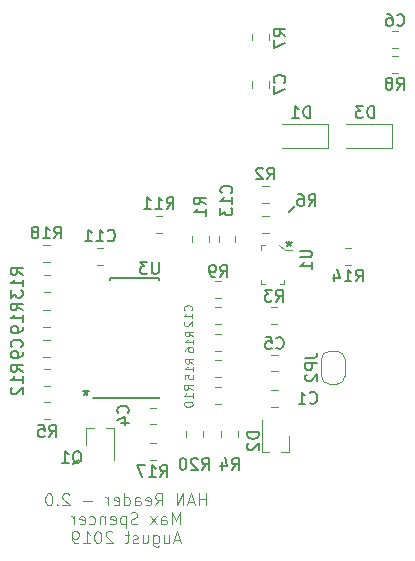
<source format=gbo>
G04 #@! TF.GenerationSoftware,KiCad,Pcbnew,5.0.2-bee76a0~70~ubuntu18.04.1*
G04 #@! TF.CreationDate,2019-08-17T16:59:23+02:00*
G04 #@! TF.ProjectId,HAN_ESP_TSS721,48414e5f-4553-4505-9f54-53533732312e,rev?*
G04 #@! TF.SameCoordinates,Original*
G04 #@! TF.FileFunction,Legend,Bot*
G04 #@! TF.FilePolarity,Positive*
%FSLAX46Y46*%
G04 Gerber Fmt 4.6, Leading zero omitted, Abs format (unit mm)*
G04 Created by KiCad (PCBNEW 5.0.2-bee76a0~70~ubuntu18.04.1) date Sat 17 Aug 2019 04:59:23 PM CEST*
%MOMM*%
%LPD*%
G01*
G04 APERTURE LIST*
%ADD10C,0.100000*%
%ADD11C,0.150000*%
%ADD12C,0.200000*%
%ADD13C,0.120000*%
G04 APERTURE END LIST*
D10*
X48961904Y-110052380D02*
X48961904Y-109052380D01*
X48961904Y-109528571D02*
X48390476Y-109528571D01*
X48390476Y-110052380D02*
X48390476Y-109052380D01*
X47961904Y-109766666D02*
X47485714Y-109766666D01*
X48057142Y-110052380D02*
X47723809Y-109052380D01*
X47390476Y-110052380D01*
X47057142Y-110052380D02*
X47057142Y-109052380D01*
X46485714Y-110052380D01*
X46485714Y-109052380D01*
X44676190Y-110052380D02*
X45009523Y-109576190D01*
X45247619Y-110052380D02*
X45247619Y-109052380D01*
X44866666Y-109052380D01*
X44771428Y-109100000D01*
X44723809Y-109147619D01*
X44676190Y-109242857D01*
X44676190Y-109385714D01*
X44723809Y-109480952D01*
X44771428Y-109528571D01*
X44866666Y-109576190D01*
X45247619Y-109576190D01*
X43866666Y-110004761D02*
X43961904Y-110052380D01*
X44152380Y-110052380D01*
X44247619Y-110004761D01*
X44295238Y-109909523D01*
X44295238Y-109528571D01*
X44247619Y-109433333D01*
X44152380Y-109385714D01*
X43961904Y-109385714D01*
X43866666Y-109433333D01*
X43819047Y-109528571D01*
X43819047Y-109623809D01*
X44295238Y-109719047D01*
X42961904Y-110052380D02*
X42961904Y-109528571D01*
X43009523Y-109433333D01*
X43104761Y-109385714D01*
X43295238Y-109385714D01*
X43390476Y-109433333D01*
X42961904Y-110004761D02*
X43057142Y-110052380D01*
X43295238Y-110052380D01*
X43390476Y-110004761D01*
X43438095Y-109909523D01*
X43438095Y-109814285D01*
X43390476Y-109719047D01*
X43295238Y-109671428D01*
X43057142Y-109671428D01*
X42961904Y-109623809D01*
X42057142Y-110052380D02*
X42057142Y-109052380D01*
X42057142Y-110004761D02*
X42152380Y-110052380D01*
X42342857Y-110052380D01*
X42438095Y-110004761D01*
X42485714Y-109957142D01*
X42533333Y-109861904D01*
X42533333Y-109576190D01*
X42485714Y-109480952D01*
X42438095Y-109433333D01*
X42342857Y-109385714D01*
X42152380Y-109385714D01*
X42057142Y-109433333D01*
X41200000Y-110004761D02*
X41295238Y-110052380D01*
X41485714Y-110052380D01*
X41580952Y-110004761D01*
X41628571Y-109909523D01*
X41628571Y-109528571D01*
X41580952Y-109433333D01*
X41485714Y-109385714D01*
X41295238Y-109385714D01*
X41200000Y-109433333D01*
X41152380Y-109528571D01*
X41152380Y-109623809D01*
X41628571Y-109719047D01*
X40723809Y-110052380D02*
X40723809Y-109385714D01*
X40723809Y-109576190D02*
X40676190Y-109480952D01*
X40628571Y-109433333D01*
X40533333Y-109385714D01*
X40438095Y-109385714D01*
X39342857Y-109671428D02*
X38580952Y-109671428D01*
X37390476Y-109147619D02*
X37342857Y-109100000D01*
X37247619Y-109052380D01*
X37009523Y-109052380D01*
X36914285Y-109100000D01*
X36866666Y-109147619D01*
X36819047Y-109242857D01*
X36819047Y-109338095D01*
X36866666Y-109480952D01*
X37438095Y-110052380D01*
X36819047Y-110052380D01*
X36390476Y-109957142D02*
X36342857Y-110004761D01*
X36390476Y-110052380D01*
X36438095Y-110004761D01*
X36390476Y-109957142D01*
X36390476Y-110052380D01*
X35723809Y-109052380D02*
X35628571Y-109052380D01*
X35533333Y-109100000D01*
X35485714Y-109147619D01*
X35438095Y-109242857D01*
X35390476Y-109433333D01*
X35390476Y-109671428D01*
X35438095Y-109861904D01*
X35485714Y-109957142D01*
X35533333Y-110004761D01*
X35628571Y-110052380D01*
X35723809Y-110052380D01*
X35819047Y-110004761D01*
X35866666Y-109957142D01*
X35914285Y-109861904D01*
X35961904Y-109671428D01*
X35961904Y-109433333D01*
X35914285Y-109242857D01*
X35866666Y-109147619D01*
X35819047Y-109100000D01*
X35723809Y-109052380D01*
X46747619Y-111652380D02*
X46747619Y-110652380D01*
X46414285Y-111366666D01*
X46080952Y-110652380D01*
X46080952Y-111652380D01*
X45176190Y-111652380D02*
X45176190Y-111128571D01*
X45223809Y-111033333D01*
X45319047Y-110985714D01*
X45509523Y-110985714D01*
X45604761Y-111033333D01*
X45176190Y-111604761D02*
X45271428Y-111652380D01*
X45509523Y-111652380D01*
X45604761Y-111604761D01*
X45652380Y-111509523D01*
X45652380Y-111414285D01*
X45604761Y-111319047D01*
X45509523Y-111271428D01*
X45271428Y-111271428D01*
X45176190Y-111223809D01*
X44795238Y-111652380D02*
X44271428Y-110985714D01*
X44795238Y-110985714D02*
X44271428Y-111652380D01*
X43176190Y-111604761D02*
X43033333Y-111652380D01*
X42795238Y-111652380D01*
X42700000Y-111604761D01*
X42652380Y-111557142D01*
X42604761Y-111461904D01*
X42604761Y-111366666D01*
X42652380Y-111271428D01*
X42700000Y-111223809D01*
X42795238Y-111176190D01*
X42985714Y-111128571D01*
X43080952Y-111080952D01*
X43128571Y-111033333D01*
X43176190Y-110938095D01*
X43176190Y-110842857D01*
X43128571Y-110747619D01*
X43080952Y-110700000D01*
X42985714Y-110652380D01*
X42747619Y-110652380D01*
X42604761Y-110700000D01*
X42176190Y-110985714D02*
X42176190Y-111985714D01*
X42176190Y-111033333D02*
X42080952Y-110985714D01*
X41890476Y-110985714D01*
X41795238Y-111033333D01*
X41747619Y-111080952D01*
X41700000Y-111176190D01*
X41700000Y-111461904D01*
X41747619Y-111557142D01*
X41795238Y-111604761D01*
X41890476Y-111652380D01*
X42080952Y-111652380D01*
X42176190Y-111604761D01*
X40890476Y-111604761D02*
X40985714Y-111652380D01*
X41176190Y-111652380D01*
X41271428Y-111604761D01*
X41319047Y-111509523D01*
X41319047Y-111128571D01*
X41271428Y-111033333D01*
X41176190Y-110985714D01*
X40985714Y-110985714D01*
X40890476Y-111033333D01*
X40842857Y-111128571D01*
X40842857Y-111223809D01*
X41319047Y-111319047D01*
X40414285Y-110985714D02*
X40414285Y-111652380D01*
X40414285Y-111080952D02*
X40366666Y-111033333D01*
X40271428Y-110985714D01*
X40128571Y-110985714D01*
X40033333Y-111033333D01*
X39985714Y-111128571D01*
X39985714Y-111652380D01*
X39080952Y-111604761D02*
X39176190Y-111652380D01*
X39366666Y-111652380D01*
X39461904Y-111604761D01*
X39509523Y-111557142D01*
X39557142Y-111461904D01*
X39557142Y-111176190D01*
X39509523Y-111080952D01*
X39461904Y-111033333D01*
X39366666Y-110985714D01*
X39176190Y-110985714D01*
X39080952Y-111033333D01*
X38271428Y-111604761D02*
X38366666Y-111652380D01*
X38557142Y-111652380D01*
X38652380Y-111604761D01*
X38700000Y-111509523D01*
X38700000Y-111128571D01*
X38652380Y-111033333D01*
X38557142Y-110985714D01*
X38366666Y-110985714D01*
X38271428Y-111033333D01*
X38223809Y-111128571D01*
X38223809Y-111223809D01*
X38700000Y-111319047D01*
X37795238Y-111652380D02*
X37795238Y-110985714D01*
X37795238Y-111176190D02*
X37747619Y-111080952D01*
X37700000Y-111033333D01*
X37604761Y-110985714D01*
X37509523Y-110985714D01*
X46771428Y-112966666D02*
X46295238Y-112966666D01*
X46866666Y-113252380D02*
X46533333Y-112252380D01*
X46200000Y-113252380D01*
X45438095Y-112585714D02*
X45438095Y-113252380D01*
X45866666Y-112585714D02*
X45866666Y-113109523D01*
X45819047Y-113204761D01*
X45723809Y-113252380D01*
X45580952Y-113252380D01*
X45485714Y-113204761D01*
X45438095Y-113157142D01*
X44533333Y-112585714D02*
X44533333Y-113395238D01*
X44580952Y-113490476D01*
X44628571Y-113538095D01*
X44723809Y-113585714D01*
X44866666Y-113585714D01*
X44961904Y-113538095D01*
X44533333Y-113204761D02*
X44628571Y-113252380D01*
X44819047Y-113252380D01*
X44914285Y-113204761D01*
X44961904Y-113157142D01*
X45009523Y-113061904D01*
X45009523Y-112776190D01*
X44961904Y-112680952D01*
X44914285Y-112633333D01*
X44819047Y-112585714D01*
X44628571Y-112585714D01*
X44533333Y-112633333D01*
X43628571Y-112585714D02*
X43628571Y-113252380D01*
X44057142Y-112585714D02*
X44057142Y-113109523D01*
X44009523Y-113204761D01*
X43914285Y-113252380D01*
X43771428Y-113252380D01*
X43676190Y-113204761D01*
X43628571Y-113157142D01*
X43200000Y-113204761D02*
X43104761Y-113252380D01*
X42914285Y-113252380D01*
X42819047Y-113204761D01*
X42771428Y-113109523D01*
X42771428Y-113061904D01*
X42819047Y-112966666D01*
X42914285Y-112919047D01*
X43057142Y-112919047D01*
X43152380Y-112871428D01*
X43200000Y-112776190D01*
X43200000Y-112728571D01*
X43152380Y-112633333D01*
X43057142Y-112585714D01*
X42914285Y-112585714D01*
X42819047Y-112633333D01*
X42485714Y-112585714D02*
X42104761Y-112585714D01*
X42342857Y-112252380D02*
X42342857Y-113109523D01*
X42295238Y-113204761D01*
X42200000Y-113252380D01*
X42104761Y-113252380D01*
X41057142Y-112347619D02*
X41009523Y-112300000D01*
X40914285Y-112252380D01*
X40676190Y-112252380D01*
X40580952Y-112300000D01*
X40533333Y-112347619D01*
X40485714Y-112442857D01*
X40485714Y-112538095D01*
X40533333Y-112680952D01*
X41104761Y-113252380D01*
X40485714Y-113252380D01*
X39866666Y-112252380D02*
X39771428Y-112252380D01*
X39676190Y-112300000D01*
X39628571Y-112347619D01*
X39580952Y-112442857D01*
X39533333Y-112633333D01*
X39533333Y-112871428D01*
X39580952Y-113061904D01*
X39628571Y-113157142D01*
X39676190Y-113204761D01*
X39771428Y-113252380D01*
X39866666Y-113252380D01*
X39961904Y-113204761D01*
X40009523Y-113157142D01*
X40057142Y-113061904D01*
X40104761Y-112871428D01*
X40104761Y-112633333D01*
X40057142Y-112442857D01*
X40009523Y-112347619D01*
X39961904Y-112300000D01*
X39866666Y-112252380D01*
X38580952Y-113252380D02*
X39152380Y-113252380D01*
X38866666Y-113252380D02*
X38866666Y-112252380D01*
X38961904Y-112395238D01*
X39057142Y-112490476D01*
X39152380Y-112538095D01*
X38104761Y-113252380D02*
X37914285Y-113252380D01*
X37819047Y-113204761D01*
X37771428Y-113157142D01*
X37676190Y-113014285D01*
X37628571Y-112823809D01*
X37628571Y-112442857D01*
X37676190Y-112347619D01*
X37723809Y-112300000D01*
X37819047Y-112252380D01*
X38009523Y-112252380D01*
X38104761Y-112300000D01*
X38152380Y-112347619D01*
X38200000Y-112442857D01*
X38200000Y-112680952D01*
X38152380Y-112776190D01*
X38104761Y-112823809D01*
X38009523Y-112871428D01*
X37819047Y-112871428D01*
X37723809Y-112823809D01*
X37676190Y-112776190D01*
X37628571Y-112680952D01*
D11*
X56000000Y-87652380D02*
X56000000Y-87890476D01*
X56238095Y-87795238D02*
X56000000Y-87890476D01*
X55761904Y-87795238D01*
X56142857Y-88080952D02*
X56000000Y-87890476D01*
X55857142Y-88080952D01*
X38800000Y-100252380D02*
X38800000Y-100490476D01*
X39038095Y-100395238D02*
X38800000Y-100490476D01*
X38561904Y-100395238D01*
X38942857Y-100680952D02*
X38800000Y-100490476D01*
X38657142Y-100680952D01*
D12*
X56500000Y-84750000D02*
X56000000Y-85250000D01*
D11*
G04 #@! TO.C,U3*
X40825000Y-100995000D02*
X40825000Y-100970000D01*
X44975000Y-100995000D02*
X44975000Y-100890000D01*
X44975000Y-90845000D02*
X44975000Y-90950000D01*
X40825000Y-90845000D02*
X40825000Y-90950000D01*
X40825000Y-100995000D02*
X44975000Y-100995000D01*
X40825000Y-90845000D02*
X44975000Y-90845000D01*
X40825000Y-100970000D02*
X39450000Y-100970000D01*
D13*
G04 #@! TO.C,JP2*
X58750000Y-99100000D02*
G75*
G03X59450000Y-99800000I700000J0D01*
G01*
X60050000Y-99800000D02*
G75*
G03X60750000Y-99100000I0J700000D01*
G01*
X60750000Y-97700000D02*
G75*
G03X60050000Y-97000000I-700000J0D01*
G01*
X59450000Y-97000000D02*
G75*
G03X58750000Y-97700000I0J-700000D01*
G01*
X60050000Y-97000000D02*
X59450000Y-97000000D01*
X60750000Y-99100000D02*
X60750000Y-97700000D01*
X59450000Y-99800000D02*
X60050000Y-99800000D01*
X58750000Y-97700000D02*
X58750000Y-99100000D01*
G04 #@! TO.C,R13*
X35761252Y-91960000D02*
X35238748Y-91960000D01*
X35761252Y-90540000D02*
X35238748Y-90540000D01*
G04 #@! TO.C,R15*
X49763748Y-99210000D02*
X50286252Y-99210000D01*
X49763748Y-97790000D02*
X50286252Y-97790000D01*
G04 #@! TO.C,R18*
X35213748Y-89460000D02*
X35736252Y-89460000D01*
X35213748Y-88040000D02*
X35736252Y-88040000D01*
G04 #@! TO.C,R17*
X44736252Y-106210000D02*
X44213748Y-106210000D01*
X44736252Y-104790000D02*
X44213748Y-104790000D01*
G04 #@! TO.C,R19*
X35736252Y-93540000D02*
X35213748Y-93540000D01*
X35736252Y-94960000D02*
X35213748Y-94960000D01*
G04 #@! TO.C,R20*
X47290000Y-104261252D02*
X47290000Y-103738748D01*
X48710000Y-104261252D02*
X48710000Y-103738748D01*
G04 #@! TO.C,R11*
X44713748Y-86960000D02*
X45236252Y-86960000D01*
X44713748Y-85540000D02*
X45236252Y-85540000D01*
G04 #@! TO.C,R12*
X35786252Y-99960000D02*
X35263748Y-99960000D01*
X35786252Y-98540000D02*
X35263748Y-98540000D01*
G04 #@! TO.C,R16*
X50286252Y-96960000D02*
X49763748Y-96960000D01*
X50286252Y-95540000D02*
X49763748Y-95540000D01*
G04 #@! TO.C,R14*
X60763748Y-89710000D02*
X61286252Y-89710000D01*
X60763748Y-88290000D02*
X61286252Y-88290000D01*
G04 #@! TO.C,R4*
X50290000Y-103738748D02*
X50290000Y-104261252D01*
X51710000Y-103738748D02*
X51710000Y-104261252D01*
G04 #@! TO.C,R5*
X35786252Y-101290000D02*
X35263748Y-101290000D01*
X35786252Y-102710000D02*
X35263748Y-102710000D01*
G04 #@! TO.C,R10*
X49763748Y-100040000D02*
X50286252Y-100040000D01*
X49763748Y-101460000D02*
X50286252Y-101460000D01*
G04 #@! TO.C,D2*
X56010000Y-104155000D02*
X56010000Y-105565000D01*
X53690000Y-105565000D02*
X53690000Y-102830000D01*
X53680000Y-105565000D02*
X54350000Y-105565000D01*
X55350000Y-105565000D02*
X56010000Y-105565000D01*
G04 #@! TO.C,D1*
X59300000Y-77800000D02*
X55400000Y-77800000D01*
X59300000Y-79800000D02*
X55400000Y-79800000D01*
X59300000Y-77800000D02*
X59300000Y-79800000D01*
G04 #@! TO.C,D3*
X64700000Y-77800000D02*
X64700000Y-79800000D01*
X64700000Y-79800000D02*
X60800000Y-79800000D01*
X64700000Y-77800000D02*
X60800000Y-77800000D01*
G04 #@! TO.C,Q1*
X39500000Y-103515000D02*
X38840000Y-103515000D01*
X41170000Y-103515000D02*
X40500000Y-103515000D01*
X41160000Y-103515000D02*
X41160000Y-106250000D01*
X38840000Y-104925000D02*
X38840000Y-103515000D01*
G04 #@! TO.C,R7*
X52890000Y-70163748D02*
X52890000Y-70686252D01*
X54310000Y-70163748D02*
X54310000Y-70686252D01*
G04 #@! TO.C,R8*
X64713748Y-72040000D02*
X65236252Y-72040000D01*
X64713748Y-73460000D02*
X65236252Y-73460000D01*
G04 #@! TO.C,C1*
X54513748Y-100290000D02*
X55036252Y-100290000D01*
X54513748Y-101710000D02*
X55036252Y-101710000D01*
G04 #@! TO.C,C4*
X44761252Y-101790000D02*
X44238748Y-101790000D01*
X44761252Y-103210000D02*
X44238748Y-103210000D01*
G04 #@! TO.C,C5*
X55036252Y-97290000D02*
X54513748Y-97290000D01*
X55036252Y-98710000D02*
X54513748Y-98710000D01*
G04 #@! TO.C,C6*
X64713748Y-71310000D02*
X65236252Y-71310000D01*
X64713748Y-69890000D02*
X65236252Y-69890000D01*
G04 #@! TO.C,C7*
X52890000Y-74686252D02*
X52890000Y-74163748D01*
X54310000Y-74686252D02*
X54310000Y-74163748D01*
G04 #@! TO.C,C11*
X39713748Y-88290000D02*
X40236252Y-88290000D01*
X39713748Y-89710000D02*
X40236252Y-89710000D01*
G04 #@! TO.C,C12*
X49763748Y-93290000D02*
X50286252Y-93290000D01*
X49763748Y-94710000D02*
X50286252Y-94710000D01*
G04 #@! TO.C,R1*
X47790000Y-87263748D02*
X47790000Y-87786252D01*
X49210000Y-87263748D02*
X49210000Y-87786252D01*
G04 #@! TO.C,R2*
X53763748Y-83040000D02*
X54286252Y-83040000D01*
X53763748Y-84460000D02*
X54286252Y-84460000D01*
G04 #@! TO.C,R3*
X54986252Y-93290000D02*
X54463748Y-93290000D01*
X54986252Y-94710000D02*
X54463748Y-94710000D01*
G04 #@! TO.C,R6*
X54286252Y-85540000D02*
X53763748Y-85540000D01*
X54286252Y-86960000D02*
X53763748Y-86960000D01*
G04 #@! TO.C,R9*
X49763748Y-91040000D02*
X50286252Y-91040000D01*
X49763748Y-92460000D02*
X50286252Y-92460000D01*
D10*
G04 #@! TO.C,U1*
X56250000Y-88400000D02*
X55650000Y-88400000D01*
X55650000Y-88400000D02*
X55200000Y-88050000D01*
X53600000Y-88400000D02*
X53600000Y-88050000D01*
X53600000Y-88050000D02*
X53950000Y-88050000D01*
X55250000Y-91350000D02*
X55600000Y-91350000D01*
X55600000Y-91350000D02*
X55600000Y-91000000D01*
X53600000Y-91000000D02*
X53600000Y-91350000D01*
X53600000Y-91350000D02*
X53950000Y-91350000D01*
D13*
G04 #@! TO.C,C9*
X35736252Y-96040000D02*
X35213748Y-96040000D01*
X35736252Y-97460000D02*
X35213748Y-97460000D01*
G04 #@! TO.C,C13*
X50040000Y-87263748D02*
X50040000Y-87786252D01*
X51460000Y-87263748D02*
X51460000Y-87786252D01*
G04 #@! TO.C,U3*
D11*
X44961904Y-89452380D02*
X44961904Y-90261904D01*
X44914285Y-90357142D01*
X44866666Y-90404761D01*
X44771428Y-90452380D01*
X44580952Y-90452380D01*
X44485714Y-90404761D01*
X44438095Y-90357142D01*
X44390476Y-90261904D01*
X44390476Y-89452380D01*
X44009523Y-89452380D02*
X43390476Y-89452380D01*
X43723809Y-89833333D01*
X43580952Y-89833333D01*
X43485714Y-89880952D01*
X43438095Y-89928571D01*
X43390476Y-90023809D01*
X43390476Y-90261904D01*
X43438095Y-90357142D01*
X43485714Y-90404761D01*
X43580952Y-90452380D01*
X43866666Y-90452380D01*
X43961904Y-90404761D01*
X44009523Y-90357142D01*
G04 #@! TO.C,JP2*
X57402380Y-97566666D02*
X58116666Y-97566666D01*
X58259523Y-97519047D01*
X58354761Y-97423809D01*
X58402380Y-97280952D01*
X58402380Y-97185714D01*
X58402380Y-98042857D02*
X57402380Y-98042857D01*
X57402380Y-98423809D01*
X57450000Y-98519047D01*
X57497619Y-98566666D01*
X57592857Y-98614285D01*
X57735714Y-98614285D01*
X57830952Y-98566666D01*
X57878571Y-98519047D01*
X57926190Y-98423809D01*
X57926190Y-98042857D01*
X57497619Y-98995238D02*
X57450000Y-99042857D01*
X57402380Y-99138095D01*
X57402380Y-99376190D01*
X57450000Y-99471428D01*
X57497619Y-99519047D01*
X57592857Y-99566666D01*
X57688095Y-99566666D01*
X57830952Y-99519047D01*
X58402380Y-98947619D01*
X58402380Y-99566666D01*
G04 #@! TO.C,R13*
X33452380Y-90557142D02*
X32976190Y-90223809D01*
X33452380Y-89985714D02*
X32452380Y-89985714D01*
X32452380Y-90366666D01*
X32500000Y-90461904D01*
X32547619Y-90509523D01*
X32642857Y-90557142D01*
X32785714Y-90557142D01*
X32880952Y-90509523D01*
X32928571Y-90461904D01*
X32976190Y-90366666D01*
X32976190Y-89985714D01*
X33452380Y-91509523D02*
X33452380Y-90938095D01*
X33452380Y-91223809D02*
X32452380Y-91223809D01*
X32595238Y-91128571D01*
X32690476Y-91033333D01*
X32738095Y-90938095D01*
X32452380Y-91842857D02*
X32452380Y-92461904D01*
X32833333Y-92128571D01*
X32833333Y-92271428D01*
X32880952Y-92366666D01*
X32928571Y-92414285D01*
X33023809Y-92461904D01*
X33261904Y-92461904D01*
X33357142Y-92414285D01*
X33404761Y-92366666D01*
X33452380Y-92271428D01*
X33452380Y-91985714D01*
X33404761Y-91890476D01*
X33357142Y-91842857D01*
G04 #@! TO.C,R15*
D10*
X47916666Y-98050000D02*
X47583333Y-97816666D01*
X47916666Y-97650000D02*
X47216666Y-97650000D01*
X47216666Y-97916666D01*
X47250000Y-97983333D01*
X47283333Y-98016666D01*
X47350000Y-98050000D01*
X47450000Y-98050000D01*
X47516666Y-98016666D01*
X47550000Y-97983333D01*
X47583333Y-97916666D01*
X47583333Y-97650000D01*
X47916666Y-98716666D02*
X47916666Y-98316666D01*
X47916666Y-98516666D02*
X47216666Y-98516666D01*
X47316666Y-98450000D01*
X47383333Y-98383333D01*
X47416666Y-98316666D01*
X47216666Y-99350000D02*
X47216666Y-99016666D01*
X47550000Y-98983333D01*
X47516666Y-99016666D01*
X47483333Y-99083333D01*
X47483333Y-99250000D01*
X47516666Y-99316666D01*
X47550000Y-99350000D01*
X47616666Y-99383333D01*
X47783333Y-99383333D01*
X47850000Y-99350000D01*
X47883333Y-99316666D01*
X47916666Y-99250000D01*
X47916666Y-99083333D01*
X47883333Y-99016666D01*
X47850000Y-98983333D01*
G04 #@! TO.C,R18*
D11*
X36117857Y-87452380D02*
X36451190Y-86976190D01*
X36689285Y-87452380D02*
X36689285Y-86452380D01*
X36308333Y-86452380D01*
X36213095Y-86500000D01*
X36165476Y-86547619D01*
X36117857Y-86642857D01*
X36117857Y-86785714D01*
X36165476Y-86880952D01*
X36213095Y-86928571D01*
X36308333Y-86976190D01*
X36689285Y-86976190D01*
X35165476Y-87452380D02*
X35736904Y-87452380D01*
X35451190Y-87452380D02*
X35451190Y-86452380D01*
X35546428Y-86595238D01*
X35641666Y-86690476D01*
X35736904Y-86738095D01*
X34594047Y-86880952D02*
X34689285Y-86833333D01*
X34736904Y-86785714D01*
X34784523Y-86690476D01*
X34784523Y-86642857D01*
X34736904Y-86547619D01*
X34689285Y-86500000D01*
X34594047Y-86452380D01*
X34403571Y-86452380D01*
X34308333Y-86500000D01*
X34260714Y-86547619D01*
X34213095Y-86642857D01*
X34213095Y-86690476D01*
X34260714Y-86785714D01*
X34308333Y-86833333D01*
X34403571Y-86880952D01*
X34594047Y-86880952D01*
X34689285Y-86928571D01*
X34736904Y-86976190D01*
X34784523Y-87071428D01*
X34784523Y-87261904D01*
X34736904Y-87357142D01*
X34689285Y-87404761D01*
X34594047Y-87452380D01*
X34403571Y-87452380D01*
X34308333Y-87404761D01*
X34260714Y-87357142D01*
X34213095Y-87261904D01*
X34213095Y-87071428D01*
X34260714Y-86976190D01*
X34308333Y-86928571D01*
X34403571Y-86880952D01*
G04 #@! TO.C,R17*
X45117857Y-107652380D02*
X45451190Y-107176190D01*
X45689285Y-107652380D02*
X45689285Y-106652380D01*
X45308333Y-106652380D01*
X45213095Y-106700000D01*
X45165476Y-106747619D01*
X45117857Y-106842857D01*
X45117857Y-106985714D01*
X45165476Y-107080952D01*
X45213095Y-107128571D01*
X45308333Y-107176190D01*
X45689285Y-107176190D01*
X44165476Y-107652380D02*
X44736904Y-107652380D01*
X44451190Y-107652380D02*
X44451190Y-106652380D01*
X44546428Y-106795238D01*
X44641666Y-106890476D01*
X44736904Y-106938095D01*
X43832142Y-106652380D02*
X43165476Y-106652380D01*
X43594047Y-107652380D01*
G04 #@! TO.C,R19*
X33452380Y-93557142D02*
X32976190Y-93223809D01*
X33452380Y-92985714D02*
X32452380Y-92985714D01*
X32452380Y-93366666D01*
X32500000Y-93461904D01*
X32547619Y-93509523D01*
X32642857Y-93557142D01*
X32785714Y-93557142D01*
X32880952Y-93509523D01*
X32928571Y-93461904D01*
X32976190Y-93366666D01*
X32976190Y-92985714D01*
X33452380Y-94509523D02*
X33452380Y-93938095D01*
X33452380Y-94223809D02*
X32452380Y-94223809D01*
X32595238Y-94128571D01*
X32690476Y-94033333D01*
X32738095Y-93938095D01*
X33452380Y-94985714D02*
X33452380Y-95176190D01*
X33404761Y-95271428D01*
X33357142Y-95319047D01*
X33214285Y-95414285D01*
X33023809Y-95461904D01*
X32642857Y-95461904D01*
X32547619Y-95414285D01*
X32500000Y-95366666D01*
X32452380Y-95271428D01*
X32452380Y-95080952D01*
X32500000Y-94985714D01*
X32547619Y-94938095D01*
X32642857Y-94890476D01*
X32880952Y-94890476D01*
X32976190Y-94938095D01*
X33023809Y-94985714D01*
X33071428Y-95080952D01*
X33071428Y-95271428D01*
X33023809Y-95366666D01*
X32976190Y-95414285D01*
X32880952Y-95461904D01*
G04 #@! TO.C,R20*
X48642857Y-107052380D02*
X48976190Y-106576190D01*
X49214285Y-107052380D02*
X49214285Y-106052380D01*
X48833333Y-106052380D01*
X48738095Y-106100000D01*
X48690476Y-106147619D01*
X48642857Y-106242857D01*
X48642857Y-106385714D01*
X48690476Y-106480952D01*
X48738095Y-106528571D01*
X48833333Y-106576190D01*
X49214285Y-106576190D01*
X48261904Y-106147619D02*
X48214285Y-106100000D01*
X48119047Y-106052380D01*
X47880952Y-106052380D01*
X47785714Y-106100000D01*
X47738095Y-106147619D01*
X47690476Y-106242857D01*
X47690476Y-106338095D01*
X47738095Y-106480952D01*
X48309523Y-107052380D01*
X47690476Y-107052380D01*
X47071428Y-106052380D02*
X46976190Y-106052380D01*
X46880952Y-106100000D01*
X46833333Y-106147619D01*
X46785714Y-106242857D01*
X46738095Y-106433333D01*
X46738095Y-106671428D01*
X46785714Y-106861904D01*
X46833333Y-106957142D01*
X46880952Y-107004761D01*
X46976190Y-107052380D01*
X47071428Y-107052380D01*
X47166666Y-107004761D01*
X47214285Y-106957142D01*
X47261904Y-106861904D01*
X47309523Y-106671428D01*
X47309523Y-106433333D01*
X47261904Y-106242857D01*
X47214285Y-106147619D01*
X47166666Y-106100000D01*
X47071428Y-106052380D01*
G04 #@! TO.C,R11*
X45642857Y-84952380D02*
X45976190Y-84476190D01*
X46214285Y-84952380D02*
X46214285Y-83952380D01*
X45833333Y-83952380D01*
X45738095Y-84000000D01*
X45690476Y-84047619D01*
X45642857Y-84142857D01*
X45642857Y-84285714D01*
X45690476Y-84380952D01*
X45738095Y-84428571D01*
X45833333Y-84476190D01*
X46214285Y-84476190D01*
X44690476Y-84952380D02*
X45261904Y-84952380D01*
X44976190Y-84952380D02*
X44976190Y-83952380D01*
X45071428Y-84095238D01*
X45166666Y-84190476D01*
X45261904Y-84238095D01*
X43738095Y-84952380D02*
X44309523Y-84952380D01*
X44023809Y-84952380D02*
X44023809Y-83952380D01*
X44119047Y-84095238D01*
X44214285Y-84190476D01*
X44309523Y-84238095D01*
G04 #@! TO.C,R12*
X33452380Y-98757142D02*
X32976190Y-98423809D01*
X33452380Y-98185714D02*
X32452380Y-98185714D01*
X32452380Y-98566666D01*
X32500000Y-98661904D01*
X32547619Y-98709523D01*
X32642857Y-98757142D01*
X32785714Y-98757142D01*
X32880952Y-98709523D01*
X32928571Y-98661904D01*
X32976190Y-98566666D01*
X32976190Y-98185714D01*
X33452380Y-99709523D02*
X33452380Y-99138095D01*
X33452380Y-99423809D02*
X32452380Y-99423809D01*
X32595238Y-99328571D01*
X32690476Y-99233333D01*
X32738095Y-99138095D01*
X32547619Y-100090476D02*
X32500000Y-100138095D01*
X32452380Y-100233333D01*
X32452380Y-100471428D01*
X32500000Y-100566666D01*
X32547619Y-100614285D01*
X32642857Y-100661904D01*
X32738095Y-100661904D01*
X32880952Y-100614285D01*
X33452380Y-100042857D01*
X33452380Y-100661904D01*
G04 #@! TO.C,R16*
D10*
X47916666Y-95750000D02*
X47583333Y-95516666D01*
X47916666Y-95350000D02*
X47216666Y-95350000D01*
X47216666Y-95616666D01*
X47250000Y-95683333D01*
X47283333Y-95716666D01*
X47350000Y-95750000D01*
X47450000Y-95750000D01*
X47516666Y-95716666D01*
X47550000Y-95683333D01*
X47583333Y-95616666D01*
X47583333Y-95350000D01*
X47916666Y-96416666D02*
X47916666Y-96016666D01*
X47916666Y-96216666D02*
X47216666Y-96216666D01*
X47316666Y-96150000D01*
X47383333Y-96083333D01*
X47416666Y-96016666D01*
X47216666Y-97016666D02*
X47216666Y-96883333D01*
X47250000Y-96816666D01*
X47283333Y-96783333D01*
X47383333Y-96716666D01*
X47516666Y-96683333D01*
X47783333Y-96683333D01*
X47850000Y-96716666D01*
X47883333Y-96750000D01*
X47916666Y-96816666D01*
X47916666Y-96950000D01*
X47883333Y-97016666D01*
X47850000Y-97050000D01*
X47783333Y-97083333D01*
X47616666Y-97083333D01*
X47550000Y-97050000D01*
X47516666Y-97016666D01*
X47483333Y-96950000D01*
X47483333Y-96816666D01*
X47516666Y-96750000D01*
X47550000Y-96716666D01*
X47616666Y-96683333D01*
G04 #@! TO.C,R14*
D11*
X61667857Y-91102380D02*
X62001190Y-90626190D01*
X62239285Y-91102380D02*
X62239285Y-90102380D01*
X61858333Y-90102380D01*
X61763095Y-90150000D01*
X61715476Y-90197619D01*
X61667857Y-90292857D01*
X61667857Y-90435714D01*
X61715476Y-90530952D01*
X61763095Y-90578571D01*
X61858333Y-90626190D01*
X62239285Y-90626190D01*
X60715476Y-91102380D02*
X61286904Y-91102380D01*
X61001190Y-91102380D02*
X61001190Y-90102380D01*
X61096428Y-90245238D01*
X61191666Y-90340476D01*
X61286904Y-90388095D01*
X59858333Y-90435714D02*
X59858333Y-91102380D01*
X60096428Y-90054761D02*
X60334523Y-90769047D01*
X59715476Y-90769047D01*
G04 #@! TO.C,R4*
X51166666Y-107052380D02*
X51500000Y-106576190D01*
X51738095Y-107052380D02*
X51738095Y-106052380D01*
X51357142Y-106052380D01*
X51261904Y-106100000D01*
X51214285Y-106147619D01*
X51166666Y-106242857D01*
X51166666Y-106385714D01*
X51214285Y-106480952D01*
X51261904Y-106528571D01*
X51357142Y-106576190D01*
X51738095Y-106576190D01*
X50309523Y-106385714D02*
X50309523Y-107052380D01*
X50547619Y-106004761D02*
X50785714Y-106719047D01*
X50166666Y-106719047D01*
G04 #@! TO.C,R5*
X35691666Y-104252380D02*
X36025000Y-103776190D01*
X36263095Y-104252380D02*
X36263095Y-103252380D01*
X35882142Y-103252380D01*
X35786904Y-103300000D01*
X35739285Y-103347619D01*
X35691666Y-103442857D01*
X35691666Y-103585714D01*
X35739285Y-103680952D01*
X35786904Y-103728571D01*
X35882142Y-103776190D01*
X36263095Y-103776190D01*
X34786904Y-103252380D02*
X35263095Y-103252380D01*
X35310714Y-103728571D01*
X35263095Y-103680952D01*
X35167857Y-103633333D01*
X34929761Y-103633333D01*
X34834523Y-103680952D01*
X34786904Y-103728571D01*
X34739285Y-103823809D01*
X34739285Y-104061904D01*
X34786904Y-104157142D01*
X34834523Y-104204761D01*
X34929761Y-104252380D01*
X35167857Y-104252380D01*
X35263095Y-104204761D01*
X35310714Y-104157142D01*
G04 #@! TO.C,R10*
D10*
X47839285Y-100267857D02*
X47482142Y-100017857D01*
X47839285Y-99839285D02*
X47089285Y-99839285D01*
X47089285Y-100125000D01*
X47125000Y-100196428D01*
X47160714Y-100232142D01*
X47232142Y-100267857D01*
X47339285Y-100267857D01*
X47410714Y-100232142D01*
X47446428Y-100196428D01*
X47482142Y-100125000D01*
X47482142Y-99839285D01*
X47839285Y-100982142D02*
X47839285Y-100553571D01*
X47839285Y-100767857D02*
X47089285Y-100767857D01*
X47196428Y-100696428D01*
X47267857Y-100625000D01*
X47303571Y-100553571D01*
X47089285Y-101446428D02*
X47089285Y-101517857D01*
X47125000Y-101589285D01*
X47160714Y-101625000D01*
X47232142Y-101660714D01*
X47375000Y-101696428D01*
X47553571Y-101696428D01*
X47696428Y-101660714D01*
X47767857Y-101625000D01*
X47803571Y-101589285D01*
X47839285Y-101517857D01*
X47839285Y-101446428D01*
X47803571Y-101375000D01*
X47767857Y-101339285D01*
X47696428Y-101303571D01*
X47553571Y-101267857D01*
X47375000Y-101267857D01*
X47232142Y-101303571D01*
X47160714Y-101339285D01*
X47125000Y-101375000D01*
X47089285Y-101446428D01*
G04 #@! TO.C,D2*
D11*
X53452380Y-103861904D02*
X52452380Y-103861904D01*
X52452380Y-104100000D01*
X52500000Y-104242857D01*
X52595238Y-104338095D01*
X52690476Y-104385714D01*
X52880952Y-104433333D01*
X53023809Y-104433333D01*
X53214285Y-104385714D01*
X53309523Y-104338095D01*
X53404761Y-104242857D01*
X53452380Y-104100000D01*
X53452380Y-103861904D01*
X52547619Y-104814285D02*
X52500000Y-104861904D01*
X52452380Y-104957142D01*
X52452380Y-105195238D01*
X52500000Y-105290476D01*
X52547619Y-105338095D01*
X52642857Y-105385714D01*
X52738095Y-105385714D01*
X52880952Y-105338095D01*
X53452380Y-104766666D01*
X53452380Y-105385714D01*
G04 #@! TO.C,D1*
X57788095Y-77252380D02*
X57788095Y-76252380D01*
X57550000Y-76252380D01*
X57407142Y-76300000D01*
X57311904Y-76395238D01*
X57264285Y-76490476D01*
X57216666Y-76680952D01*
X57216666Y-76823809D01*
X57264285Y-77014285D01*
X57311904Y-77109523D01*
X57407142Y-77204761D01*
X57550000Y-77252380D01*
X57788095Y-77252380D01*
X56264285Y-77252380D02*
X56835714Y-77252380D01*
X56550000Y-77252380D02*
X56550000Y-76252380D01*
X56645238Y-76395238D01*
X56740476Y-76490476D01*
X56835714Y-76538095D01*
G04 #@! TO.C,D3*
X63188095Y-77252380D02*
X63188095Y-76252380D01*
X62950000Y-76252380D01*
X62807142Y-76300000D01*
X62711904Y-76395238D01*
X62664285Y-76490476D01*
X62616666Y-76680952D01*
X62616666Y-76823809D01*
X62664285Y-77014285D01*
X62711904Y-77109523D01*
X62807142Y-77204761D01*
X62950000Y-77252380D01*
X63188095Y-77252380D01*
X62283333Y-76252380D02*
X61664285Y-76252380D01*
X61997619Y-76633333D01*
X61854761Y-76633333D01*
X61759523Y-76680952D01*
X61711904Y-76728571D01*
X61664285Y-76823809D01*
X61664285Y-77061904D01*
X61711904Y-77157142D01*
X61759523Y-77204761D01*
X61854761Y-77252380D01*
X62140476Y-77252380D01*
X62235714Y-77204761D01*
X62283333Y-77157142D01*
G04 #@! TO.C,Q1*
X37695238Y-106547619D02*
X37790476Y-106500000D01*
X37885714Y-106404761D01*
X38028571Y-106261904D01*
X38123809Y-106214285D01*
X38219047Y-106214285D01*
X38171428Y-106452380D02*
X38266666Y-106404761D01*
X38361904Y-106309523D01*
X38409523Y-106119047D01*
X38409523Y-105785714D01*
X38361904Y-105595238D01*
X38266666Y-105500000D01*
X38171428Y-105452380D01*
X37980952Y-105452380D01*
X37885714Y-105500000D01*
X37790476Y-105595238D01*
X37742857Y-105785714D01*
X37742857Y-106119047D01*
X37790476Y-106309523D01*
X37885714Y-106404761D01*
X37980952Y-106452380D01*
X38171428Y-106452380D01*
X36790476Y-106452380D02*
X37361904Y-106452380D01*
X37076190Y-106452380D02*
X37076190Y-105452380D01*
X37171428Y-105595238D01*
X37266666Y-105690476D01*
X37361904Y-105738095D01*
G04 #@! TO.C,R7*
X55702380Y-70333333D02*
X55226190Y-70000000D01*
X55702380Y-69761904D02*
X54702380Y-69761904D01*
X54702380Y-70142857D01*
X54750000Y-70238095D01*
X54797619Y-70285714D01*
X54892857Y-70333333D01*
X55035714Y-70333333D01*
X55130952Y-70285714D01*
X55178571Y-70238095D01*
X55226190Y-70142857D01*
X55226190Y-69761904D01*
X54702380Y-70666666D02*
X54702380Y-71333333D01*
X55702380Y-70904761D01*
G04 #@! TO.C,R8*
X65141666Y-74852380D02*
X65475000Y-74376190D01*
X65713095Y-74852380D02*
X65713095Y-73852380D01*
X65332142Y-73852380D01*
X65236904Y-73900000D01*
X65189285Y-73947619D01*
X65141666Y-74042857D01*
X65141666Y-74185714D01*
X65189285Y-74280952D01*
X65236904Y-74328571D01*
X65332142Y-74376190D01*
X65713095Y-74376190D01*
X64570238Y-74280952D02*
X64665476Y-74233333D01*
X64713095Y-74185714D01*
X64760714Y-74090476D01*
X64760714Y-74042857D01*
X64713095Y-73947619D01*
X64665476Y-73900000D01*
X64570238Y-73852380D01*
X64379761Y-73852380D01*
X64284523Y-73900000D01*
X64236904Y-73947619D01*
X64189285Y-74042857D01*
X64189285Y-74090476D01*
X64236904Y-74185714D01*
X64284523Y-74233333D01*
X64379761Y-74280952D01*
X64570238Y-74280952D01*
X64665476Y-74328571D01*
X64713095Y-74376190D01*
X64760714Y-74471428D01*
X64760714Y-74661904D01*
X64713095Y-74757142D01*
X64665476Y-74804761D01*
X64570238Y-74852380D01*
X64379761Y-74852380D01*
X64284523Y-74804761D01*
X64236904Y-74757142D01*
X64189285Y-74661904D01*
X64189285Y-74471428D01*
X64236904Y-74376190D01*
X64284523Y-74328571D01*
X64379761Y-74280952D01*
G04 #@! TO.C,C1*
X57766666Y-101357142D02*
X57814285Y-101404761D01*
X57957142Y-101452380D01*
X58052380Y-101452380D01*
X58195238Y-101404761D01*
X58290476Y-101309523D01*
X58338095Y-101214285D01*
X58385714Y-101023809D01*
X58385714Y-100880952D01*
X58338095Y-100690476D01*
X58290476Y-100595238D01*
X58195238Y-100500000D01*
X58052380Y-100452380D01*
X57957142Y-100452380D01*
X57814285Y-100500000D01*
X57766666Y-100547619D01*
X56814285Y-101452380D02*
X57385714Y-101452380D01*
X57100000Y-101452380D02*
X57100000Y-100452380D01*
X57195238Y-100595238D01*
X57290476Y-100690476D01*
X57385714Y-100738095D01*
G04 #@! TO.C,C4*
X42357142Y-102233333D02*
X42404761Y-102185714D01*
X42452380Y-102042857D01*
X42452380Y-101947619D01*
X42404761Y-101804761D01*
X42309523Y-101709523D01*
X42214285Y-101661904D01*
X42023809Y-101614285D01*
X41880952Y-101614285D01*
X41690476Y-101661904D01*
X41595238Y-101709523D01*
X41500000Y-101804761D01*
X41452380Y-101947619D01*
X41452380Y-102042857D01*
X41500000Y-102185714D01*
X41547619Y-102233333D01*
X41785714Y-103090476D02*
X42452380Y-103090476D01*
X41404761Y-102852380D02*
X42119047Y-102614285D01*
X42119047Y-103233333D01*
G04 #@! TO.C,C5*
X54941666Y-96707142D02*
X54989285Y-96754761D01*
X55132142Y-96802380D01*
X55227380Y-96802380D01*
X55370238Y-96754761D01*
X55465476Y-96659523D01*
X55513095Y-96564285D01*
X55560714Y-96373809D01*
X55560714Y-96230952D01*
X55513095Y-96040476D01*
X55465476Y-95945238D01*
X55370238Y-95850000D01*
X55227380Y-95802380D01*
X55132142Y-95802380D01*
X54989285Y-95850000D01*
X54941666Y-95897619D01*
X54036904Y-95802380D02*
X54513095Y-95802380D01*
X54560714Y-96278571D01*
X54513095Y-96230952D01*
X54417857Y-96183333D01*
X54179761Y-96183333D01*
X54084523Y-96230952D01*
X54036904Y-96278571D01*
X53989285Y-96373809D01*
X53989285Y-96611904D01*
X54036904Y-96707142D01*
X54084523Y-96754761D01*
X54179761Y-96802380D01*
X54417857Y-96802380D01*
X54513095Y-96754761D01*
X54560714Y-96707142D01*
G04 #@! TO.C,C6*
X65166666Y-69357142D02*
X65214285Y-69404761D01*
X65357142Y-69452380D01*
X65452380Y-69452380D01*
X65595238Y-69404761D01*
X65690476Y-69309523D01*
X65738095Y-69214285D01*
X65785714Y-69023809D01*
X65785714Y-68880952D01*
X65738095Y-68690476D01*
X65690476Y-68595238D01*
X65595238Y-68500000D01*
X65452380Y-68452380D01*
X65357142Y-68452380D01*
X65214285Y-68500000D01*
X65166666Y-68547619D01*
X64309523Y-68452380D02*
X64500000Y-68452380D01*
X64595238Y-68500000D01*
X64642857Y-68547619D01*
X64738095Y-68690476D01*
X64785714Y-68880952D01*
X64785714Y-69261904D01*
X64738095Y-69357142D01*
X64690476Y-69404761D01*
X64595238Y-69452380D01*
X64404761Y-69452380D01*
X64309523Y-69404761D01*
X64261904Y-69357142D01*
X64214285Y-69261904D01*
X64214285Y-69023809D01*
X64261904Y-68928571D01*
X64309523Y-68880952D01*
X64404761Y-68833333D01*
X64595238Y-68833333D01*
X64690476Y-68880952D01*
X64738095Y-68928571D01*
X64785714Y-69023809D01*
G04 #@! TO.C,C7*
X55607142Y-74258333D02*
X55654761Y-74210714D01*
X55702380Y-74067857D01*
X55702380Y-73972619D01*
X55654761Y-73829761D01*
X55559523Y-73734523D01*
X55464285Y-73686904D01*
X55273809Y-73639285D01*
X55130952Y-73639285D01*
X54940476Y-73686904D01*
X54845238Y-73734523D01*
X54750000Y-73829761D01*
X54702380Y-73972619D01*
X54702380Y-74067857D01*
X54750000Y-74210714D01*
X54797619Y-74258333D01*
X54702380Y-74591666D02*
X54702380Y-75258333D01*
X55702380Y-74829761D01*
G04 #@! TO.C,C11*
X40642857Y-87607142D02*
X40690476Y-87654761D01*
X40833333Y-87702380D01*
X40928571Y-87702380D01*
X41071428Y-87654761D01*
X41166666Y-87559523D01*
X41214285Y-87464285D01*
X41261904Y-87273809D01*
X41261904Y-87130952D01*
X41214285Y-86940476D01*
X41166666Y-86845238D01*
X41071428Y-86750000D01*
X40928571Y-86702380D01*
X40833333Y-86702380D01*
X40690476Y-86750000D01*
X40642857Y-86797619D01*
X39690476Y-87702380D02*
X40261904Y-87702380D01*
X39976190Y-87702380D02*
X39976190Y-86702380D01*
X40071428Y-86845238D01*
X40166666Y-86940476D01*
X40261904Y-86988095D01*
X38738095Y-87702380D02*
X39309523Y-87702380D01*
X39023809Y-87702380D02*
X39023809Y-86702380D01*
X39119047Y-86845238D01*
X39214285Y-86940476D01*
X39309523Y-86988095D01*
G04 #@! TO.C,C12*
D10*
X47750000Y-93550000D02*
X47783333Y-93516666D01*
X47816666Y-93416666D01*
X47816666Y-93350000D01*
X47783333Y-93250000D01*
X47716666Y-93183333D01*
X47650000Y-93150000D01*
X47516666Y-93116666D01*
X47416666Y-93116666D01*
X47283333Y-93150000D01*
X47216666Y-93183333D01*
X47150000Y-93250000D01*
X47116666Y-93350000D01*
X47116666Y-93416666D01*
X47150000Y-93516666D01*
X47183333Y-93550000D01*
X47816666Y-94216666D02*
X47816666Y-93816666D01*
X47816666Y-94016666D02*
X47116666Y-94016666D01*
X47216666Y-93950000D01*
X47283333Y-93883333D01*
X47316666Y-93816666D01*
X47183333Y-94483333D02*
X47150000Y-94516666D01*
X47116666Y-94583333D01*
X47116666Y-94750000D01*
X47150000Y-94816666D01*
X47183333Y-94850000D01*
X47250000Y-94883333D01*
X47316666Y-94883333D01*
X47416666Y-94850000D01*
X47816666Y-94450000D01*
X47816666Y-94883333D01*
G04 #@! TO.C,R1*
D11*
X48952380Y-84583333D02*
X48476190Y-84250000D01*
X48952380Y-84011904D02*
X47952380Y-84011904D01*
X47952380Y-84392857D01*
X48000000Y-84488095D01*
X48047619Y-84535714D01*
X48142857Y-84583333D01*
X48285714Y-84583333D01*
X48380952Y-84535714D01*
X48428571Y-84488095D01*
X48476190Y-84392857D01*
X48476190Y-84011904D01*
X48952380Y-85535714D02*
X48952380Y-84964285D01*
X48952380Y-85250000D02*
X47952380Y-85250000D01*
X48095238Y-85154761D01*
X48190476Y-85059523D01*
X48238095Y-84964285D01*
G04 #@! TO.C,R2*
X54166666Y-82452380D02*
X54500000Y-81976190D01*
X54738095Y-82452380D02*
X54738095Y-81452380D01*
X54357142Y-81452380D01*
X54261904Y-81500000D01*
X54214285Y-81547619D01*
X54166666Y-81642857D01*
X54166666Y-81785714D01*
X54214285Y-81880952D01*
X54261904Y-81928571D01*
X54357142Y-81976190D01*
X54738095Y-81976190D01*
X53785714Y-81547619D02*
X53738095Y-81500000D01*
X53642857Y-81452380D01*
X53404761Y-81452380D01*
X53309523Y-81500000D01*
X53261904Y-81547619D01*
X53214285Y-81642857D01*
X53214285Y-81738095D01*
X53261904Y-81880952D01*
X53833333Y-82452380D01*
X53214285Y-82452380D01*
G04 #@! TO.C,R3*
X54891666Y-92802380D02*
X55225000Y-92326190D01*
X55463095Y-92802380D02*
X55463095Y-91802380D01*
X55082142Y-91802380D01*
X54986904Y-91850000D01*
X54939285Y-91897619D01*
X54891666Y-91992857D01*
X54891666Y-92135714D01*
X54939285Y-92230952D01*
X54986904Y-92278571D01*
X55082142Y-92326190D01*
X55463095Y-92326190D01*
X54558333Y-91802380D02*
X53939285Y-91802380D01*
X54272619Y-92183333D01*
X54129761Y-92183333D01*
X54034523Y-92230952D01*
X53986904Y-92278571D01*
X53939285Y-92373809D01*
X53939285Y-92611904D01*
X53986904Y-92707142D01*
X54034523Y-92754761D01*
X54129761Y-92802380D01*
X54415476Y-92802380D01*
X54510714Y-92754761D01*
X54558333Y-92707142D01*
G04 #@! TO.C,R6*
X57666666Y-84702380D02*
X58000000Y-84226190D01*
X58238095Y-84702380D02*
X58238095Y-83702380D01*
X57857142Y-83702380D01*
X57761904Y-83750000D01*
X57714285Y-83797619D01*
X57666666Y-83892857D01*
X57666666Y-84035714D01*
X57714285Y-84130952D01*
X57761904Y-84178571D01*
X57857142Y-84226190D01*
X58238095Y-84226190D01*
X56809523Y-83702380D02*
X57000000Y-83702380D01*
X57095238Y-83750000D01*
X57142857Y-83797619D01*
X57238095Y-83940476D01*
X57285714Y-84130952D01*
X57285714Y-84511904D01*
X57238095Y-84607142D01*
X57190476Y-84654761D01*
X57095238Y-84702380D01*
X56904761Y-84702380D01*
X56809523Y-84654761D01*
X56761904Y-84607142D01*
X56714285Y-84511904D01*
X56714285Y-84273809D01*
X56761904Y-84178571D01*
X56809523Y-84130952D01*
X56904761Y-84083333D01*
X57095238Y-84083333D01*
X57190476Y-84130952D01*
X57238095Y-84178571D01*
X57285714Y-84273809D01*
G04 #@! TO.C,R9*
X50191666Y-90702380D02*
X50525000Y-90226190D01*
X50763095Y-90702380D02*
X50763095Y-89702380D01*
X50382142Y-89702380D01*
X50286904Y-89750000D01*
X50239285Y-89797619D01*
X50191666Y-89892857D01*
X50191666Y-90035714D01*
X50239285Y-90130952D01*
X50286904Y-90178571D01*
X50382142Y-90226190D01*
X50763095Y-90226190D01*
X49715476Y-90702380D02*
X49525000Y-90702380D01*
X49429761Y-90654761D01*
X49382142Y-90607142D01*
X49286904Y-90464285D01*
X49239285Y-90273809D01*
X49239285Y-89892857D01*
X49286904Y-89797619D01*
X49334523Y-89750000D01*
X49429761Y-89702380D01*
X49620238Y-89702380D01*
X49715476Y-89750000D01*
X49763095Y-89797619D01*
X49810714Y-89892857D01*
X49810714Y-90130952D01*
X49763095Y-90226190D01*
X49715476Y-90273809D01*
X49620238Y-90321428D01*
X49429761Y-90321428D01*
X49334523Y-90273809D01*
X49286904Y-90226190D01*
X49239285Y-90130952D01*
G04 #@! TO.C,U1*
X56952380Y-88488095D02*
X57761904Y-88488095D01*
X57857142Y-88535714D01*
X57904761Y-88583333D01*
X57952380Y-88678571D01*
X57952380Y-88869047D01*
X57904761Y-88964285D01*
X57857142Y-89011904D01*
X57761904Y-89059523D01*
X56952380Y-89059523D01*
X57952380Y-90059523D02*
X57952380Y-89488095D01*
X57952380Y-89773809D02*
X56952380Y-89773809D01*
X57095238Y-89678571D01*
X57190476Y-89583333D01*
X57238095Y-89488095D01*
G04 #@! TO.C,C9*
X33357142Y-96633333D02*
X33404761Y-96585714D01*
X33452380Y-96442857D01*
X33452380Y-96347619D01*
X33404761Y-96204761D01*
X33309523Y-96109523D01*
X33214285Y-96061904D01*
X33023809Y-96014285D01*
X32880952Y-96014285D01*
X32690476Y-96061904D01*
X32595238Y-96109523D01*
X32500000Y-96204761D01*
X32452380Y-96347619D01*
X32452380Y-96442857D01*
X32500000Y-96585714D01*
X32547619Y-96633333D01*
X33452380Y-97109523D02*
X33452380Y-97300000D01*
X33404761Y-97395238D01*
X33357142Y-97442857D01*
X33214285Y-97538095D01*
X33023809Y-97585714D01*
X32642857Y-97585714D01*
X32547619Y-97538095D01*
X32500000Y-97490476D01*
X32452380Y-97395238D01*
X32452380Y-97204761D01*
X32500000Y-97109523D01*
X32547619Y-97061904D01*
X32642857Y-97014285D01*
X32880952Y-97014285D01*
X32976190Y-97061904D01*
X33023809Y-97109523D01*
X33071428Y-97204761D01*
X33071428Y-97395238D01*
X33023809Y-97490476D01*
X32976190Y-97538095D01*
X32880952Y-97585714D01*
G04 #@! TO.C,C13*
X51107142Y-83607142D02*
X51154761Y-83559523D01*
X51202380Y-83416666D01*
X51202380Y-83321428D01*
X51154761Y-83178571D01*
X51059523Y-83083333D01*
X50964285Y-83035714D01*
X50773809Y-82988095D01*
X50630952Y-82988095D01*
X50440476Y-83035714D01*
X50345238Y-83083333D01*
X50250000Y-83178571D01*
X50202380Y-83321428D01*
X50202380Y-83416666D01*
X50250000Y-83559523D01*
X50297619Y-83607142D01*
X51202380Y-84559523D02*
X51202380Y-83988095D01*
X51202380Y-84273809D02*
X50202380Y-84273809D01*
X50345238Y-84178571D01*
X50440476Y-84083333D01*
X50488095Y-83988095D01*
X50202380Y-84892857D02*
X50202380Y-85511904D01*
X50583333Y-85178571D01*
X50583333Y-85321428D01*
X50630952Y-85416666D01*
X50678571Y-85464285D01*
X50773809Y-85511904D01*
X51011904Y-85511904D01*
X51107142Y-85464285D01*
X51154761Y-85416666D01*
X51202380Y-85321428D01*
X51202380Y-85035714D01*
X51154761Y-84940476D01*
X51107142Y-84892857D01*
G04 #@! TD*
M02*

</source>
